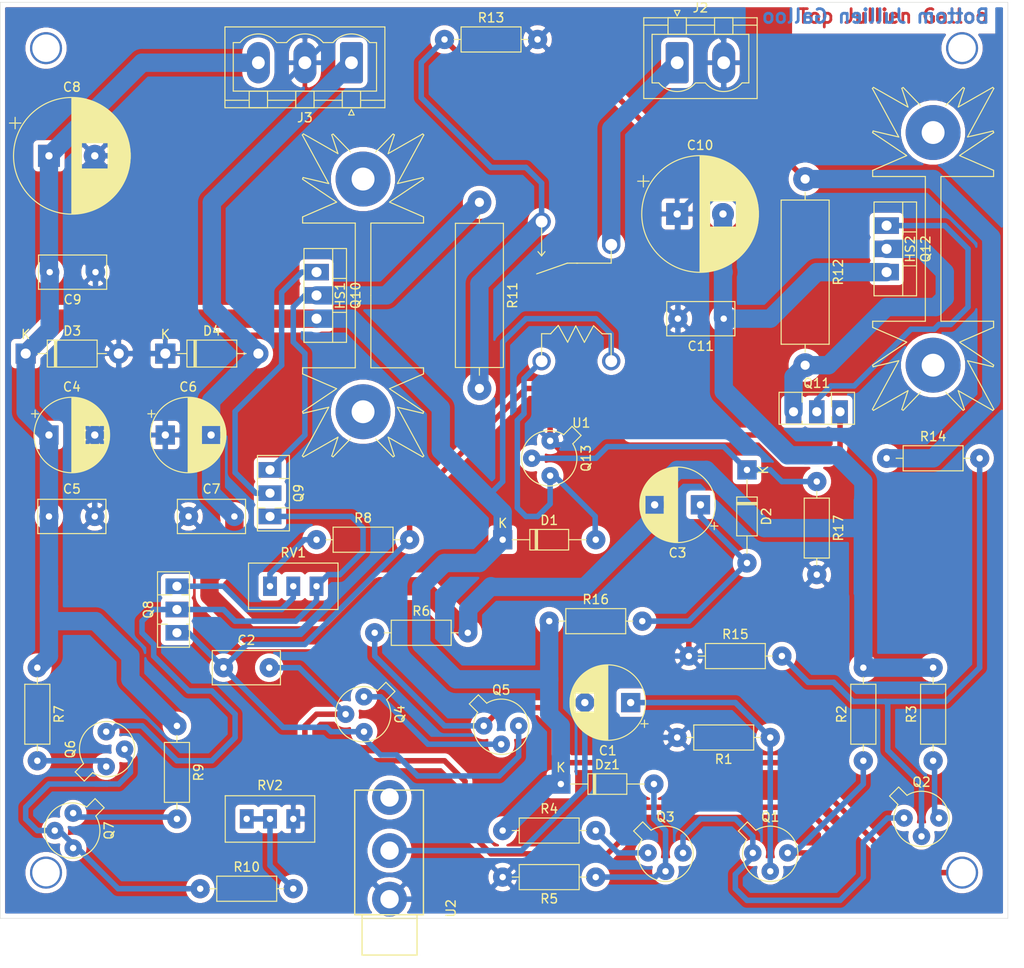
<source format=kicad_pcb>
(kicad_pcb (version 20171130) (host pcbnew "(5.1.9)-1")
  (title_block (title "Amplificateur Audio") (company "Tom Jullien, Augustin Galloo"))
  (layers (0 F.Cu signal) (31 B.Cu signal) (34 B.Paste user) (35 F.Paste user) (36 B.SilkS user) (37 F.SilkS user) (38 B.Mask user) (39 F.Mask user) (44 Edge.Cuts user))
  (net 0 "")
  (net 1 "Net-(C1-Pad1)")
  (net 2 "Net-(C1-Pad2)")
  (net 3 "Net-(C2-Pad1)")
  (net 4 "Net-(C2-Pad2)")
  (net 5 -12V)
  (net 6 "Net-(C3-Pad1)")
  (net 7 GND)
  (net 8 +12V)
  (net 9 "Net-(D1-Pad2)")
  (net 10 "Net-(D2-Pad1)")
  (net 11 "Net-(Dz1-Pad2)")
  (net 12 "Net-(J2-Pad1)")
  (net 13 "Net-(Q1-Pad1)")
  (net 14 "Net-(Q2-Pad3)")
  (net 15 "Net-(Q2-Pad2)")
  (net 16 "Net-(Q3-Pad1)")
  (net 17 "Net-(Q4-Pad1)")
  (net 18 "Net-(Q5-Pad1)")
  (net 19 "Net-(Q6-Pad1)")
  (net 20 "Net-(Q6-Pad2)")
  (net 21 "Net-(Q6-Pad3)")
  (net 22 "Net-(Q7-Pad1)")
  (net 23 "Net-(Q8-Pad3)")
  (net 24 "Net-(Q10-Pad1)")
  (net 25 "Net-(Q10-Pad2)")
  (net 26 "Net-(Q11-Pad1)")
  (net 27 "Net-(Q11-Pad2)")
  (net 28 "Net-(R8-Pad1)")
  (net 29 "Net-(R10-Pad2)")
  (net 30 "Net-(R11-Pad2)")
  (net 31 "Net-(U2-PadTN)")
  (module TR_MaLib_Ampli_2021:TO-18-3 (layer F.Cu) (at 86.36 107.95)
    (fp_text reference Q3 (at 1.27 -4.02) (layer F.SilkS))
    (fp_text value 2N2907)
    (pad 3 thru_hole circle (at 3.175 -0.1) (size 1.9 1.9) (drill 0.7) (layers *.Cu *.Mask) (net 13 "Net-(Q1-Pad1)"))
    (pad 2 thru_hole circle (at 1.27 1.905) (size 1.9 1.9) (drill 0.7) (layers *.Cu *.Mask) (net 11 "Net-(Dz1-Pad2)"))
    (pad 1 thru_hole circle (at -0.635 -0.1) (size 1.9 1.9) (drill 0.7) (layers *.Cu *.Mask) (net 16 "Net-(Q3-Pad1)"))
  )
  (module TR_MaLib_Ampli_2021:Jack_35RAPC2AV (layer F.Cu) (at 57.5 115 90)
    (fp_text reference U2 (at 1.1 6.7 90) (layer F.SilkS))
    (fp_text value Jack_Mono)
    (pad T thru_hole circle (at 7.4 0 90) (size 3.8 3.8) (drill 2) (layers *.Cu *.Mask) (net 2 "Net-(C1-Pad2)"))
    (pad G thru_hole circle (at 2.1 0 90) (size 3.8 3.8) (drill 2) (layers *.Cu *.Mask) (net 7 GND))
    (pad TN thru_hole circle (at 13.2 0 90) (size 3.8 3.8) (drill 2) (layers *.Cu *.Mask) (net 31 "Net-(U2-PadTN)"))
  )
  (module TR_MaLib_Ampli_2021:Potentiometer_Bourns_3296W_Vertical (layer F.Cu) (at 46.99 104.14)
    (fp_text reference RV2 (at -2.54 -3.66) (layer F.SilkS))
    (fp_text value R_POT)
    (pad 3 thru_hole rect (at -5.08 0) (size 1.5 2.1) (drill 0.7) (layers *.Cu *.Mask) (net 29 "Net-(R10-Pad2)"))
    (pad 2 thru_hole rect (at -2.54 0) (size 1.5 2.1) (drill 0.7) (layers *.Cu *.Mask) (net 29 "Net-(R10-Pad2)"))
    (pad 1 thru_hole rect (at 0 0) (size 1.5 2.1) (drill 0.7) (layers *.Cu *.Mask) (net 7 GND))
  )
  (module TR_MaLib_Ampli_2021:Potentiometer_Bourns_3296W_Vertical (layer F.Cu) (at 49.53 78.74)
    (fp_text reference RV1 (at -2.54 -3.66) (layer F.SilkS))
    (fp_text value R_POT)
    (pad 3 thru_hole rect (at -5.08 0) (size 1.5 2.1) (drill 0.7) (layers *.Cu *.Mask) (net 28 "Net-(R8-Pad1)"))
    (pad 2 thru_hole rect (at -2.54 0) (size 1.5 2.1) (drill 0.7) (layers *.Cu *.Mask) (net 23 "Net-(Q8-Pad3)"))
    (pad 1 thru_hole rect (at 0 0) (size 1.5 2.1) (drill 0.7) (layers *.Cu *.Mask) (net 21 "Net-(Q6-Pad3)"))
  )
  (module TR_MaLib_Ampli_2021:R_Axial_DIN0207_L6.3mm_D2.5mm_P10.16mm_Horizontal (layer F.Cu) (at 104.14 67.31 270)
    (fp_text reference R17 (at 5.08 -2.37 90) (layer F.SilkS))
    (fp_text value R)
    (pad 2 thru_hole circle (at 10.16 0 270) (size 2.1 2.1) (drill 0.7) (layers *.Cu *.Mask) (net 7 GND))
    (pad 1 thru_hole circle (at 0 0 270) (size 2.1 2.1) (drill 0.7) (layers *.Cu *.Mask) (net 10 "Net-(D2-Pad1)"))
  )
  (module TR_MaLib_Ampli_2021:R_Axial_DIN0207_L6.3mm_D2.5mm_P10.16mm_Horizontal (layer F.Cu) (at 74.93 82.55)
    (fp_text reference R16 (at 5.08 -2.37) (layer F.SilkS))
    (fp_text value R)
    (pad 2 thru_hole circle (at 10.16 0) (size 2.1 2.1) (drill 0.7) (layers *.Cu *.Mask) (net 6 "Net-(C3-Pad1)"))
    (pad 1 thru_hole circle (at 0 0) (size 2.1 2.1) (drill 0.7) (layers *.Cu *.Mask) (net 8 +12V))
  )
  (module TR_MaLib_Ampli_2021:R_Axial_DIN0207_L6.3mm_D2.5mm_P10.16mm_Horizontal (layer F.Cu) (at 90.17 86.36)
    (fp_text reference R15 (at 5.08 -2.37) (layer F.SilkS))
    (fp_text value R)
    (pad 2 thru_hole circle (at 10.16 0) (size 2.1 2.1) (drill 0.7) (layers *.Cu *.Mask) (net 15 "Net-(Q2-Pad2)"))
    (pad 1 thru_hole circle (at 0 0) (size 2.1 2.1) (drill 0.7) (layers *.Cu *.Mask) (net 7 GND))
  )
  (module TR_MaLib_Ampli_2021:R_Axial_DIN0207_L6.3mm_D2.5mm_P10.16mm_Horizontal (layer F.Cu) (at 111.76 64.77)
    (fp_text reference R14 (at 5.08 -2.37) (layer F.SilkS))
    (fp_text value R)
    (pad 2 thru_hole circle (at 10.16 0) (size 2.1 2.1) (drill 0.7) (layers *.Cu *.Mask) (net 15 "Net-(Q2-Pad2)"))
    (pad 1 thru_hole circle (at 0 0) (size 2.1 2.1) (drill 0.7) (layers *.Cu *.Mask) (net 30 "Net-(R11-Pad2)"))
  )
  (module TR_MaLib_Ampli_2021:R_Axial_DIN0207_L6.3mm_D2.5mm_P10.16mm_Horizontal (layer F.Cu) (at 63.5 19.05)
    (fp_text reference R13 (at 5.08 -2.37) (layer F.SilkS))
    (fp_text value R)
    (pad 2 thru_hole circle (at 10.16 0) (size 2.1 2.1) (drill 0.7) (layers *.Cu *.Mask) (net 7 GND))
    (pad 1 thru_hole circle (at 0 0) (size 2.1 2.1) (drill 0.7) (layers *.Cu *.Mask) (net 30 "Net-(R11-Pad2)"))
  )
  (module TR_MaLib_Ampli_2021:R_Axial_DIN0516_L15.5mm_D5.0mm_P20.32mm_Horizontal (layer F.Cu) (at 102.87 34.29 270)
    (fp_text reference R12 (at 10.16 -3.62 90) (layer F.SilkS))
    (fp_text value R)
    (pad 2 thru_hole oval (at 20.32 0 270) (size 2.6 2.6) (drill 1) (layers *.Cu *.Mask) (net 26 "Net-(Q11-Pad1)"))
    (pad 1 thru_hole circle (at 0 0 270) (size 2.6 2.6) (drill 1) (layers *.Cu *.Mask) (net 30 "Net-(R11-Pad2)"))
  )
  (module TR_MaLib_Ampli_2021:R_Axial_DIN0516_L15.5mm_D5.0mm_P20.32mm_Horizontal (layer F.Cu) (at 67.31 36.83 270)
    (fp_text reference R11 (at 10.16 -3.62 90) (layer F.SilkS))
    (fp_text value R)
    (pad 2 thru_hole oval (at 20.32 0 270) (size 2.6 2.6) (drill 1) (layers *.Cu *.Mask) (net 30 "Net-(R11-Pad2)"))
    (pad 1 thru_hole circle (at 0 0 270) (size 2.6 2.6) (drill 1) (layers *.Cu *.Mask) (net 25 "Net-(Q10-Pad2)"))
  )
  (module TR_MaLib_Ampli_2021:R_Axial_DIN0207_L6.3mm_D2.5mm_P10.16mm_Horizontal (layer F.Cu) (at 36.83 111.76)
    (fp_text reference R10 (at 5.08 -2.37) (layer F.SilkS))
    (fp_text value R)
    (pad 2 thru_hole circle (at 10.16 0) (size 2.1 2.1) (drill 0.7) (layers *.Cu *.Mask) (net 29 "Net-(R10-Pad2)"))
    (pad 1 thru_hole circle (at 0 0) (size 2.1 2.1) (drill 0.7) (layers *.Cu *.Mask) (net 20 "Net-(Q6-Pad2)"))
  )
  (module TR_MaLib_Ampli_2021:R_Axial_DIN0207_L6.3mm_D2.5mm_P10.16mm_Horizontal (layer F.Cu) (at 34.29 93.98 270)
    (fp_text reference R9 (at 5.08 -2.37 90) (layer F.SilkS))
    (fp_text value R)
    (pad 2 thru_hole circle (at 10.16 0 270) (size 2.1 2.1) (drill 0.7) (layers *.Cu *.Mask) (net 22 "Net-(Q7-Pad1)"))
    (pad 1 thru_hole circle (at 0 0 270) (size 2.1 2.1) (drill 0.7) (layers *.Cu *.Mask) (net 8 +12V))
  )
  (module TR_MaLib_Ampli_2021:R_Axial_DIN0207_L6.3mm_D2.5mm_P10.16mm_Horizontal (layer F.Cu) (at 49.53 73.66)
    (fp_text reference R8 (at 5.08 -2.37) (layer F.SilkS))
    (fp_text value R)
    (pad 2 thru_hole circle (at 10.16 0) (size 2.1 2.1) (drill 0.7) (layers *.Cu *.Mask) (net 3 "Net-(C2-Pad1)"))
    (pad 1 thru_hole circle (at 0 0) (size 2.1 2.1) (drill 0.7) (layers *.Cu *.Mask) (net 28 "Net-(R8-Pad1)"))
  )
  (module TR_MaLib_Ampli_2021:R_Axial_DIN0207_L6.3mm_D2.5mm_P10.16mm_Horizontal (layer F.Cu) (at 19.05 87.63 270)
    (fp_text reference R7 (at 5.08 -2.37 90) (layer F.SilkS))
    (fp_text value R)
    (pad 2 thru_hole circle (at 10.16 0 270) (size 2.1 2.1) (drill 0.7) (layers *.Cu *.Mask) (net 19 "Net-(Q6-Pad1)"))
    (pad 1 thru_hole circle (at 0 0 270) (size 2.1 2.1) (drill 0.7) (layers *.Cu *.Mask) (net 8 +12V))
  )
  (module TR_MaLib_Ampli_2021:R_Axial_DIN0207_L6.3mm_D2.5mm_P10.16mm_Horizontal (layer F.Cu) (at 55.88 83.82)
    (fp_text reference R6 (at 5.08 -2.37) (layer F.SilkS))
    (fp_text value R)
    (pad 2 thru_hole circle (at 10.16 0) (size 2.1 2.1) (drill 0.7) (layers *.Cu *.Mask) (net 5 -12V))
    (pad 1 thru_hole circle (at 0 0) (size 2.1 2.1) (drill 0.7) (layers *.Cu *.Mask) (net 18 "Net-(Q5-Pad1)"))
  )
  (module TR_MaLib_Ampli_2021:R_Axial_DIN0207_L6.3mm_D2.5mm_P10.16mm_Horizontal (layer F.Cu) (at 80.01 110.49 180)
    (fp_text reference R5 (at 5.08 -2.37) (layer F.SilkS))
    (fp_text value R)
    (pad 2 thru_hole circle (at 10.16 0 180) (size 2.1 2.1) (drill 0.7) (layers *.Cu *.Mask) (net 7 GND))
    (pad 1 thru_hole circle (at 0 0 180) (size 2.1 2.1) (drill 0.7) (layers *.Cu *.Mask) (net 11 "Net-(Dz1-Pad2)"))
  )
  (module TR_MaLib_Ampli_2021:R_Axial_DIN0207_L6.3mm_D2.5mm_P10.16mm_Horizontal (layer F.Cu) (at 69.85 105.41)
    (fp_text reference R4 (at 5.08 -2.37) (layer F.SilkS))
    (fp_text value R)
    (pad 2 thru_hole circle (at 10.16 0) (size 2.1 2.1) (drill 0.7) (layers *.Cu *.Mask) (net 16 "Net-(Q3-Pad1)"))
    (pad 1 thru_hole circle (at 0 0) (size 2.1 2.1) (drill 0.7) (layers *.Cu *.Mask) (net 8 +12V))
  )
  (module TR_MaLib_Ampli_2021:R_Axial_DIN0207_L6.3mm_D2.5mm_P10.16mm_Horizontal (layer F.Cu) (at 116.84 97.79 90)
    (fp_text reference R3 (at 5.08 -2.37 90) (layer F.SilkS))
    (fp_text value R)
    (pad 2 thru_hole circle (at 10.16 0 90) (size 2.1 2.1) (drill 0.7) (layers *.Cu *.Mask) (net 5 -12V))
    (pad 1 thru_hole circle (at 0 0 90) (size 2.1 2.1) (drill 0.7) (layers *.Cu *.Mask) (net 14 "Net-(Q2-Pad3)"))
  )
  (module TR_MaLib_Ampli_2021:R_Axial_DIN0207_L6.3mm_D2.5mm_P10.16mm_Horizontal (layer F.Cu) (at 109.22 97.79 90)
    (fp_text reference R2 (at 5.08 -2.37 90) (layer F.SilkS))
    (fp_text value R)
    (pad 2 thru_hole circle (at 10.16 0 90) (size 2.1 2.1) (drill 0.7) (layers *.Cu *.Mask) (net 5 -12V))
    (pad 1 thru_hole circle (at 0 0 90) (size 2.1 2.1) (drill 0.7) (layers *.Cu *.Mask) (net 4 "Net-(C2-Pad2)"))
  )
  (module TR_MaLib_Ampli_2021:R_Axial_DIN0207_L6.3mm_D2.5mm_P10.16mm_Horizontal (layer F.Cu) (at 99.06 95.25 180)
    (fp_text reference R1 (at 5.08 -2.37) (layer F.SilkS))
    (fp_text value R)
    (pad 2 thru_hole circle (at 10.16 0 180) (size 2.1 2.1) (drill 0.7) (layers *.Cu *.Mask) (net 7 GND))
    (pad 1 thru_hole circle (at 0 0 180) (size 2.1 2.1) (drill 0.7) (layers *.Cu *.Mask) (net 1 "Net-(C1-Pad1)"))
  )
  (module TR_MaLib_Ampli_2021:TO-18-3 (layer F.Cu) (at 74.93 63.5 270)
    (fp_text reference Q13 (at 1.27 -4.02 90) (layer F.SilkS))
    (fp_text value 2N222)
    (pad 3 thru_hole circle (at 3.175 -0.1 270) (size 1.9 1.9) (drill 0.7) (layers *.Cu *.Mask) (net 9 "Net-(D1-Pad2)"))
    (pad 2 thru_hole circle (at 1.27 1.905 270) (size 1.9 1.9) (drill 0.7) (layers *.Cu *.Mask) (net 10 "Net-(D2-Pad1)"))
    (pad 1 thru_hole circle (at -0.635 -0.1 270) (size 1.9 1.9) (drill 0.7) (layers *.Cu *.Mask) (net 7 GND))
  )
  (module TR_MaLib_Ampli_2021:TO-220-3_Vertical (layer F.Cu) (at 111.76 39.37 270)
    (fp_text reference Q12 (at 2.54 -4.27 90) (layer F.SilkS))
    (fp_text value TIP31)
    (pad 3 thru_hole rect (at 5.08 0 270) (size 1.8 2.7) (drill 1.1) (layers *.Cu *.Mask) (net 5 -12V))
    (pad 2 thru_hole rect (at 2.54 0 270) (size 1.8 2.7) (drill 1.1) (layers *.Cu *.Mask) (net 26 "Net-(Q11-Pad1)"))
    (pad 1 thru_hole rect (at 0 0 270) (size 1.8 2.7) (drill 1.1) (layers *.Cu *.Mask) (net 27 "Net-(Q11-Pad2)"))
  )
  (module TR_MaLib_Ampli_2021:TO-126-3_Vertical (layer F.Cu) (at 101.6 59.69)
    (fp_text reference Q11 (at 2.54 -3.12) (layer F.SilkS))
    (fp_text value BD138)
    (pad 3 thru_hole rect (at 5.08 0) (size 1.7 2.5) (drill 1) (layers *.Cu *.Mask) (net 3 "Net-(C2-Pad1)"))
    (pad 2 thru_hole rect (at 2.54 0) (size 1.7 2.5) (drill 1) (layers *.Cu *.Mask) (net 27 "Net-(Q11-Pad2)"))
    (pad 1 thru_hole rect (at 0 0) (size 1.7 2.5) (drill 1) (layers *.Cu *.Mask) (net 26 "Net-(Q11-Pad1)"))
  )
  (module TR_MaLib_Ampli_2021:TO-220-3_Vertical (layer F.Cu) (at 49.53 44.45 270)
    (fp_text reference Q10 (at 2.54 -4.27 90) (layer F.SilkS))
    (fp_text value TIP32)
    (pad 3 thru_hole rect (at 5.08 0 270) (size 1.8 2.7) (drill 1.1) (layers *.Cu *.Mask) (net 8 +12V))
    (pad 2 thru_hole rect (at 2.54 0 270) (size 1.8 2.7) (drill 1.1) (layers *.Cu *.Mask) (net 25 "Net-(Q10-Pad2)"))
    (pad 1 thru_hole rect (at 0 0 270) (size 1.8 2.7) (drill 1.1) (layers *.Cu *.Mask) (net 24 "Net-(Q10-Pad1)"))
  )
  (module TR_MaLib_Ampli_2021:TO-126-3_Vertical (layer F.Cu) (at 44.45 66.04 270)
    (fp_text reference Q9 (at 2.54 -3.12 90) (layer F.SilkS))
    (fp_text value BD139)
    (pad 3 thru_hole rect (at 5.08 0 270) (size 1.7 2.5) (drill 1) (layers *.Cu *.Mask) (net 21 "Net-(Q6-Pad3)"))
    (pad 2 thru_hole rect (at 2.54 0 270) (size 1.7 2.5) (drill 1) (layers *.Cu *.Mask) (net 24 "Net-(Q10-Pad1)"))
    (pad 1 thru_hole rect (at 0 0 270) (size 1.7 2.5) (drill 1) (layers *.Cu *.Mask) (net 25 "Net-(Q10-Pad2)"))
  )
  (module TR_MaLib_Ampli_2021:TO-126-3_Vertical (layer F.Cu) (at 34.29 83.82 90)
    (fp_text reference Q8 (at 2.54 -3.12 90) (layer F.SilkS))
    (fp_text value BD139)
    (pad 3 thru_hole rect (at 5.08 0 90) (size 1.7 2.5) (drill 1) (layers *.Cu *.Mask) (net 23 "Net-(Q8-Pad3)"))
    (pad 2 thru_hole rect (at 2.54 0 90) (size 1.7 2.5) (drill 1) (layers *.Cu *.Mask) (net 21 "Net-(Q6-Pad3)"))
    (pad 1 thru_hole rect (at 0 0 90) (size 1.7 2.5) (drill 1) (layers *.Cu *.Mask) (net 3 "Net-(C2-Pad1)"))
  )
  (module TR_MaLib_Ampli_2021:TO-18-3 (layer F.Cu) (at 22.86 104.14 270)
    (fp_text reference Q7 (at 1.27 -4.02 90) (layer F.SilkS))
    (fp_text value 2N2907)
    (pad 3 thru_hole circle (at 3.175 -0.1 270) (size 1.9 1.9) (drill 0.7) (layers *.Cu *.Mask) (net 20 "Net-(Q6-Pad2)"))
    (pad 2 thru_hole circle (at 1.27 1.905 270) (size 1.9 1.9) (drill 0.7) (layers *.Cu *.Mask) (net 20 "Net-(Q6-Pad2)"))
    (pad 1 thru_hole circle (at -0.635 -0.1 270) (size 1.9 1.9) (drill 0.7) (layers *.Cu *.Mask) (net 22 "Net-(Q7-Pad1)"))
  )
  (module TR_MaLib_Ampli_2021:TO-18-3 (layer F.Cu) (at 26.67 97.79 90)
    (fp_text reference Q6 (at 1.27 -4.02 90) (layer F.SilkS))
    (fp_text value 2N2907)
    (pad 3 thru_hole circle (at 3.175 -0.1 90) (size 1.9 1.9) (drill 0.7) (layers *.Cu *.Mask) (net 21 "Net-(Q6-Pad3)"))
    (pad 2 thru_hole circle (at 1.27 1.905 90) (size 1.9 1.9) (drill 0.7) (layers *.Cu *.Mask) (net 20 "Net-(Q6-Pad2)"))
    (pad 1 thru_hole circle (at -0.635 -0.1 90) (size 1.9 1.9) (drill 0.7) (layers *.Cu *.Mask) (net 19 "Net-(Q6-Pad1)"))
  )
  (module TR_MaLib_Ampli_2021:TO-18-3 (layer F.Cu) (at 68.42 94.08)
    (fp_text reference Q5 (at 1.27 -4.02) (layer F.SilkS))
    (fp_text value 2N222)
    (pad 3 thru_hole circle (at 3.175 -0.1) (size 1.9 1.9) (drill 0.7) (layers *.Cu *.Mask) (net 3 "Net-(C2-Pad1)"))
    (pad 2 thru_hole circle (at 1.27 1.905) (size 1.9 1.9) (drill 0.7) (layers *.Cu *.Mask) (net 17 "Net-(Q4-Pad1)"))
    (pad 1 thru_hole circle (at -0.635 -0.1) (size 1.9 1.9) (drill 0.7) (layers *.Cu *.Mask) (net 18 "Net-(Q5-Pad1)"))
  )
  (module TR_MaLib_Ampli_2021:TO-18-3 (layer F.Cu) (at 54.61 91.44 270)
    (fp_text reference Q4 (at 1.27 -4.02 90) (layer F.SilkS))
    (fp_text value 2N222)
    (pad 3 thru_hole circle (at 3.175 -0.1 270) (size 1.9 1.9) (drill 0.7) (layers *.Cu *.Mask) (net 3 "Net-(C2-Pad1)"))
    (pad 2 thru_hole circle (at 1.27 1.905 270) (size 1.9 1.9) (drill 0.7) (layers *.Cu *.Mask) (net 4 "Net-(C2-Pad2)"))
    (pad 1 thru_hole circle (at -0.635 -0.1 270) (size 1.9 1.9) (drill 0.7) (layers *.Cu *.Mask) (net 17 "Net-(Q4-Pad1)"))
  )
  (module TR_MaLib_Ampli_2021:TO-18-3 (layer F.Cu) (at 114.3 104.14)
    (fp_text reference Q2 (at 1.27 -4.02) (layer F.SilkS))
    (fp_text value 2N2907)
    (pad 3 thru_hole circle (at 3.175 -0.1) (size 1.9 1.9) (drill 0.7) (layers *.Cu *.Mask) (net 14 "Net-(Q2-Pad3)"))
    (pad 2 thru_hole circle (at 1.27 1.905) (size 1.9 1.9) (drill 0.7) (layers *.Cu *.Mask) (net 15 "Net-(Q2-Pad2)"))
    (pad 1 thru_hole circle (at -0.635 -0.1) (size 1.9 1.9) (drill 0.7) (layers *.Cu *.Mask) (net 13 "Net-(Q1-Pad1)"))
  )
  (module TR_MaLib_Ampli_2021:TO-18-3 (layer F.Cu) (at 97.79 107.95)
    (fp_text reference Q1 (at 1.27 -4.02) (layer F.SilkS))
    (fp_text value 2N2907)
    (pad 3 thru_hole circle (at 3.175 -0.1) (size 1.9 1.9) (drill 0.7) (layers *.Cu *.Mask) (net 4 "Net-(C2-Pad2)"))
    (pad 2 thru_hole circle (at 1.27 1.905) (size 1.9 1.9) (drill 0.7) (layers *.Cu *.Mask) (net 1 "Net-(C1-Pad1)"))
    (pad 1 thru_hole circle (at -0.635 -0.1) (size 1.9 1.9) (drill 0.7) (layers *.Cu *.Mask) (net 13 "Net-(Q1-Pad1)"))
  )
  (module TR_MaLib_Ampli_2021:PhoenixContact_MSTBVA_2,5_3-G-5,08_1x03_P5.08mm_Vertical (layer F.Cu) (at 53.34 21.59 180)
    (fp_text reference J3 (at 5.08 -6) (layer F.SilkS))
    (fp_text value Conn_01x03)
    (pad 3 thru_hole oval (at 10.16 0 180) (size 2.5 4.5) (drill 1.4) (layers *.Cu *.Mask) (net 8 +12V))
    (pad 2 thru_hole oval (at 5.08 0 180) (size 2.5 4.5) (drill 1.4) (layers *.Cu *.Mask) (net 7 GND))
    (pad 1 thru_hole roundrect (at 0 0 180) (size 2.5 4.5) (drill 1.4) (layers *.Cu *.Mask) (roundrect_rratio 0.12) (net 5 -12V))
  )
  (module TR_MaLib_Ampli_2021:PhoenixContact_MSTBVA_2,5_2-G-5,08_1x02_P5.08mm_Vertical (layer F.Cu) (at 88.9 21.59)
    (fp_text reference J2 (at 2.54 -6) (layer F.SilkS))
    (fp_text value Conn_01x02)
    (pad 2 thru_hole oval (at 5.08 0) (size 2.5 4.5) (drill 1.4) (layers *.Cu *.Mask) (net 7 GND))
    (pad 1 thru_hole roundrect (at 0 0) (size 2.5 4.5) (drill 1.4) (layers *.Cu *.Mask) (roundrect_rratio 0.12) (net 12 "Net-(J2-Pad1)"))
  )
  (module TR_MaLib_Ampli_2021:Heatsink_Fischer_SK104-STC-STIC_35x13mm_2xDrill2.5mm (layer F.Cu) (at 116.84 41.91 90)
    (fp_text reference HS2 (at -0.025 -2.5 90) (layer F.SilkS))
    (fp_text value Heatsink)
    (pad 1 thru_hole circle (at -12.7 0 270) (size 6 6) (drill 2.5) (layers *.Cu *.Mask))
    (pad 1 thru_hole circle (at 12.7 0 90) (size 6 6) (drill 2.5) (layers *.Cu *.Mask))
  )
  (module TR_MaLib_Ampli_2021:Heatsink_Fischer_SK104-STC-STIC_35x13mm_2xDrill2.5mm (layer F.Cu) (at 54.61 46.99 90)
    (fp_text reference HS1 (at -0.025 -2.5 90) (layer F.SilkS))
    (fp_text value Heatsink)
    (pad 1 thru_hole circle (at -12.7 0 270) (size 6 6) (drill 2.5) (layers *.Cu *.Mask))
    (pad 1 thru_hole circle (at 12.7 0 90) (size 6 6) (drill 2.5) (layers *.Cu *.Mask))
  )
  (module TR_MaLib_Ampli_2021:D_DO-35_SOD27_P10.16mm_Horizontal (layer F.Cu) (at 76.2 100.33)
    (fp_text reference Dz1 (at 5.08 -2.12) (layer F.SilkS))
    (fp_text value BZX55C5V1)
    (fp_text user K (at 0 -1.8) (layer F.SilkS))
    (pad 2 thru_hole oval (at 10.16 0) (size 2.1 2.1) (drill 0.7) (layers *.Cu *.Mask) (net 11 "Net-(Dz1-Pad2)"))
    (pad 1 thru_hole rect (at 0 0) (size 2.1 2.1) (drill 0.7) (layers *.Cu *.Mask) (net 8 +12V))
  )
  (module TR_MaLib_Ampli_2021:D_DO-35_SOD27_P10.16mm_Horizontal (layer F.Cu) (at 96.52 66.04 270)
    (fp_text reference D2 (at 5.08 -2.12 90) (layer F.SilkS))
    (fp_text value 1N4148)
    (fp_text user K (at 0 -1.8 90) (layer F.SilkS))
    (pad 2 thru_hole oval (at 10.16 0 270) (size 2.1 2.1) (drill 0.7) (layers *.Cu *.Mask) (net 6 "Net-(C3-Pad1)"))
    (pad 1 thru_hole rect (at 0 0 270) (size 2.1 2.1) (drill 0.7) (layers *.Cu *.Mask) (net 10 "Net-(D2-Pad1)"))
  )
  (module TR_MaLib_Ampli_2021:D_DO-35_SOD27_P10.16mm_Horizontal (layer F.Cu) (at 69.85 73.66)
    (fp_text reference D1 (at 5.08 -2.12) (layer F.SilkS))
    (fp_text value 1N4148)
    (fp_text user K (at 0 -1.8) (layer F.SilkS))
    (pad 2 thru_hole oval (at 10.16 0) (size 2.1 2.1) (drill 0.7) (layers *.Cu *.Mask) (net 9 "Net-(D1-Pad2)"))
    (pad 1 thru_hole rect (at 0 0) (size 2.1 2.1) (drill 0.7) (layers *.Cu *.Mask) (net 8 +12V))
  )
  (module TR_MaLib_Ampli_2021:C_Rect_L7.2mm_W3.5mm_P5.00mm_FKS2_FKP2_MKS2_MKP2 (layer F.Cu) (at 93.98 49.53 180)
    (fp_text reference C11 (at 2.5 -3) (layer F.SilkS))
    (fp_text value 100n)
    (pad 2 thru_hole circle (at 5 0 180) (size 2.1 2.1) (drill 0.7) (layers *.Cu *.Mask) (net 7 GND))
    (pad 1 thru_hole circle (at 0 0 180) (size 2.1 2.1) (drill 0.7) (layers *.Cu *.Mask) (net 5 -12V))
  )
  (module TR_MaLib_Ampli_2021:CP_Radial_D12.5mm_P5.00mm (layer F.Cu) (at 88.9 38.1)
    (fp_text reference C10 (at 2.5 -7.5) (layer F.SilkS))
    (fp_text value 470u)
    (pad 2 thru_hole circle (at 5 0) (size 2.4 2.4) (drill 0.8) (layers *.Cu *.Mask) (net 5 -12V))
    (pad 1 thru_hole rect (at 0 0) (size 2.4 2.4) (drill 0.8) (layers *.Cu *.Mask) (net 7 GND))
  )
  (module TR_MaLib_Ampli_2021:C_Rect_L7.2mm_W3.5mm_P5.00mm_FKS2_FKP2_MKS2_MKP2 (layer F.Cu) (at 25.4 44.45 180)
    (fp_text reference C9 (at 2.5 -3) (layer F.SilkS))
    (fp_text value 100n)
    (pad 2 thru_hole circle (at 5 0 180) (size 2.1 2.1) (drill 0.7) (layers *.Cu *.Mask) (net 8 +12V))
    (pad 1 thru_hole circle (at 0 0 180) (size 2.1 2.1) (drill 0.7) (layers *.Cu *.Mask) (net 7 GND))
  )
  (module TR_MaLib_Ampli_2021:CP_Radial_D12.5mm_P5.00mm (layer F.Cu) (at 20.32 31.75)
    (fp_text reference C8 (at 2.5 -7.5) (layer F.SilkS))
    (fp_text value 470u)
    (pad 2 thru_hole circle (at 5 0) (size 2.4 2.4) (drill 0.8) (layers *.Cu *.Mask) (net 7 GND))
    (pad 1 thru_hole rect (at 0 0) (size 2.4 2.4) (drill 0.8) (layers *.Cu *.Mask) (net 8 +12V))
  )
  (module TR_MaLib_Ampli_2021:C_Rect_L7.2mm_W3.5mm_P5.00mm_FKS2_FKP2_MKS2_MKP2 (layer F.Cu) (at 35.56 71.12)
    (fp_text reference C7 (at 2.5 -3) (layer F.SilkS))
    (fp_text value 100n)
    (pad 2 thru_hole circle (at 5 0) (size 2.1 2.1) (drill 0.7) (layers *.Cu *.Mask) (net 5 -12V))
    (pad 1 thru_hole circle (at 0 0) (size 2.1 2.1) (drill 0.7) (layers *.Cu *.Mask) (net 7 GND))
  )
  (module TR_MaLib_Ampli_2021:CP_Radial_D8.0mm_P5.00mm (layer F.Cu) (at 33.02 62.23)
    (fp_text reference C6 (at 2.5 -5.25) (layer F.SilkS))
    (fp_text value 10u)
    (pad 1 thru_hole rect (at 0 0) (size 2.1 2.1) (drill 0.8) (layers *.Cu *.Mask) (net 7 GND))
    (pad 2 thru_hole circle (at 5 0) (size 2.1 2.1) (drill 0.8) (layers *.Cu *.Mask) (net 5 -12V))
  )
  (module TR_MaLib_Ampli_2021:C_Rect_L7.2mm_W3.5mm_P5.00mm_FKS2_FKP2_MKS2_MKP2 (layer F.Cu) (at 20.32 71.12)
    (fp_text reference C5 (at 2.5 -3) (layer F.SilkS))
    (fp_text value 100n)
    (pad 2 thru_hole circle (at 5 0) (size 2.1 2.1) (drill 0.7) (layers *.Cu *.Mask) (net 7 GND))
    (pad 1 thru_hole circle (at 0 0) (size 2.1 2.1) (drill 0.7) (layers *.Cu *.Mask) (net 8 +12V))
  )
  (module TR_MaLib_Ampli_2021:CP_Radial_D8.0mm_P5.00mm (layer F.Cu) (at 20.32 62.23)
    (fp_text reference C4 (at 2.5 -5.25) (layer F.SilkS))
    (fp_text value 10u)
    (pad 1 thru_hole rect (at 0 0) (size 2.1 2.1) (drill 0.8) (layers *.Cu *.Mask) (net 8 +12V))
    (pad 2 thru_hole circle (at 5 0) (size 2.1 2.1) (drill 0.8) (layers *.Cu *.Mask) (net 7 GND))
  )
  (module TR_MaLib_Ampli_2021:CP_Radial_D8.0mm_P5.00mm (layer F.Cu) (at 91.44 69.85 180)
    (fp_text reference C3 (at 2.5 -5.25) (layer F.SilkS))
    (fp_text value 47u)
    (pad 1 thru_hole rect (at 0 0 180) (size 2.1 2.1) (drill 0.8) (layers *.Cu *.Mask) (net 6 "Net-(C3-Pad1)"))
    (pad 2 thru_hole circle (at 5 0 180) (size 2.1 2.1) (drill 0.8) (layers *.Cu *.Mask) (net 5 -12V))
  )
  (module TR_MaLib_Ampli_2021:C_Rect_L7.2mm_W3.5mm_P5.00mm_FKS2_FKP2_MKS2_MKP2 (layer F.Cu) (at 39.37 87.63)
    (fp_text reference C2 (at 2.5 -3) (layer F.SilkS))
    (fp_text value C)
    (pad 2 thru_hole circle (at 5 0) (size 2.1 2.1) (drill 0.7) (layers *.Cu *.Mask) (net 4 "Net-(C2-Pad2)"))
    (pad 1 thru_hole circle (at 0 0) (size 2.1 2.1) (drill 0.7) (layers *.Cu *.Mask) (net 3 "Net-(C2-Pad1)"))
  )
  (module TR_MaLib_Ampli_2021:CP_Radial_D8.0mm_P5.00mm (layer F.Cu) (at 83.82 91.44 180)
    (fp_text reference C1 (at 2.5 -5.25) (layer F.SilkS))
    (fp_text value 47u)
    (pad 1 thru_hole rect (at 0 0 180) (size 2.1 2.1) (drill 0.8) (layers *.Cu *.Mask) (net 1 "Net-(C1-Pad1)"))
    (pad 2 thru_hole circle (at 5 0 180) (size 2.1 2.1) (drill 0.8) (layers *.Cu *.Mask) (net 2 "Net-(C1-Pad2)"))
  )
  (module Diode_THT:D_DO-41_SOD81_P10.16mm_Horizontal (layer F.Cu) (at 17.78 53.34)
    (fp_text reference D3 (at 5.08 -2.47) (layer F.SilkS))
    (fp_text value 1N4001)
    (fp_text user K (at 0 -2.1) (layer F.SilkS))
    (pad 2 thru_hole oval (at 10.16 0) (size 2.2 2.2) (drill 1.1) (layers *.Cu *.Mask) (net 7 GND))
    (pad 1 thru_hole rect (at 0 0) (size 2.2 2.2) (drill 1.1) (layers *.Cu *.Mask) (net 8 +12V))
  )
  (module Diode_THT:D_DO-41_SOD81_P10.16mm_Horizontal (layer F.Cu) (at 33.02 53.34)
    (fp_text reference D4 (at 5.08 -2.47) (layer F.SilkS))
    (fp_text value 1N4001)
    (fp_text user K (at 0 -2.1) (layer F.SilkS))
    (pad 1 thru_hole rect (at 0 0) (size 2.2 2.2) (drill 1.1) (layers *.Cu *.Mask) (net 7 GND))
    (pad 2 thru_hole oval (at 10.16 0) (size 2.2 2.2) (drill 1.1) (layers *.Cu *.Mask) (net 5 -12V))
  )
  (module BE_Elec:Relay_1CT (layer F.Cu) (at 72.39 55.88)
    (fp_text reference U1 (at 6.04 5.03) (layer F.SilkS))
    (fp_text value Relay_1CT)
    (pad c2 thru_hole circle (at 9.31 -14.41) (size 2 2) (drill 1.3) (layers *.Cu *.Mask) (net 12 "Net-(J2-Pad1)"))
    (pad c1 thru_hole circle (at 1.71 -16.95) (size 2 2) (drill 1.3) (layers *.Cu *.Mask) (net 30 "Net-(R11-Pad2)"))
    (pad b2 thru_hole circle (at 9.31 -1.71) (size 2 2) (drill 1.3) (layers *.Cu *.Mask) (net 8 +12V))
    (pad b1 thru_hole circle (at 1.71 -1.71) (size 2 2) (drill 1.3) (layers *.Cu *.Mask) (net 9 "Net-(D1-Pad2)"))
  )
  (gr_text "Bottom Jullien Galloo " (at 110 16.51) (layer B.Cu) (effects (font (size 1.5 1.5) (thickness 0.3)) (justify mirror)))
  (gr_text "Top Jullien Galloo " (at 113.03 16.51) (layer F.Cu) (effects (font (size 1.5 1.5) (thickness 0.3))))
  (gr_line (start 15 15) (end 15 115) (layer Edge.Cuts) (width 0.05))
  (gr_line (start 125 115) (end 15 115) (layer Edge.Cuts) (width 0.05))
  (gr_line (start 125 15) (end 125 115) (layer Edge.Cuts) (width 0.05))
  (gr_line (start 15 15) (end 125 15) (layer Edge.Cuts) (width 0.05))
  (via (at 20 20) (size 3.5) (drill 3) (layers F.Cu B.Cu) (net 0))
  (via (at 120 20) (size 3.5) (drill 3) (layers F.Cu B.Cu) (net 0))
  (via (at 20 110) (size 3.5) (drill 3) (layers F.Cu B.Cu) (net 0))
  (segment (start 95.25 91.44) (end 83.82 91.44) (width 0.6) (layer B.Cu) (net 1))
  (segment (start 99.06 95.25) (end 95.25 91.44) (width 0.6) (layer B.Cu) (net 1))
  (segment (start 99.06 107.321998) (end 99.06 95.25) (width 0.6) (layer B.Cu) (net 1))
  (segment (start 99.06 109.35) (end 99.06 107.321998) (width 0.6) (layer B.Cu) (net 1))
  (segment (start 78.82 100.690002) (end 78.82 91.44) (width 0.6) (layer B.Cu) (net 2))
  (segment (start 71.910002 107.6) (end 78.82 100.690002) (width 0.6) (layer B.Cu) (net 2))
  (segment (start 57.5 107.6) (end 71.910002 107.6) (width 0.6) (layer B.Cu) (net 2))
  (segment (start 45.88 94.14) (end 39.37 87.63) (width 0.6) (layer B.Cu) (net 3))
  (segment (start 35.56 83.82) (end 39.37 87.63) (width 0.6) (layer B.Cu) (net 3))
  (segment (start 34.29 83.82) (end 35.56 83.82) (width 0.6) (layer B.Cu) (net 3))
  (segment (start 106.68 59.69) (end 106.68 60.96) (width 0.6) (layer F.Cu) (net 3))
  (segment (start 52.07 81.28) (end 59.69 73.66) (width 0.6) (layer B.Cu) (net 3))
  (segment (start 48.26 85.09) (end 52.07 81.28) (width 0.6) (layer B.Cu) (net 3))
  (segment (start 41.91 85.09) (end 48.26 85.09) (width 0.6) (layer B.Cu) (net 3))
  (segment (start 39.37 87.63) (end 41.91 85.09) (width 0.6) (layer B.Cu) (net 3))
  (segment (start 51.115 94.615) (end 54.71 94.615) (width 0.6) (layer B.Cu) (net 3))
  (segment (start 50.64 94.14) (end 51.115 94.615) (width 0.6) (layer B.Cu) (net 3))
  (segment (start 50.64 94.14) (end 45.88 94.14) (width 0.6) (layer B.Cu) (net 3))
  (segment (start 69.460001 99.449999) (end 71.595 97.315) (width 0.6) (layer B.Cu) (net 3))
  (segment (start 60.570001 99.449999) (end 69.460001 99.449999) (width 0.6) (layer B.Cu) (net 3))
  (segment (start 56.515 97.155) (end 58.275002 97.155) (width 0.6) (layer B.Cu) (net 3))
  (segment (start 54.71 95.35) (end 56.515 97.155) (width 0.6) (layer B.Cu) (net 3))
  (segment (start 71.595 97.315) (end 71.595 93.98) (width 0.6) (layer B.Cu) (net 3))
  (segment (start 58.275002 97.155) (end 60.570001 99.449999) (width 0.6) (layer B.Cu) (net 3))
  (segment (start 54.71 94.14) (end 54.71 95.35) (width 0.6) (layer B.Cu) (net 3))
  (segment (start 78.74 57.15) (end 72.39 57.15) (width 0.6) (layer F.Cu) (net 3))
  (segment (start 59.69 69.85) (end 59.69 73.66) (width 0.6) (layer F.Cu) (net 3))
  (segment (start 98.171 62.23) (end 83.82 62.23) (width 0.6) (layer F.Cu) (net 3))
  (segment (start 100.838 64.897) (end 98.171 62.23) (width 0.6) (layer F.Cu) (net 3))
  (segment (start 72.39 57.15) (end 59.69 69.85) (width 0.6) (layer F.Cu) (net 3))
  (segment (start 105.41 64.897) (end 100.838 64.897) (width 0.6) (layer F.Cu) (net 3))
  (segment (start 106.68 63.627) (end 105.41 64.897) (width 0.6) (layer F.Cu) (net 3))
  (segment (start 83.82 62.23) (end 78.74 57.15) (width 0.6) (layer F.Cu) (net 3))
  (segment (start 106.68 59.69) (end 106.68 63.627) (width 0.6) (layer F.Cu) (net 3))
  (segment (start 100.49 107.85) (end 101.7 107.85) (width 0.6) (layer B.Cu) (net 4))
  (segment (start 109.22 100.33) (end 109.22 97.79) (width 0.6) (layer B.Cu) (net 4))
  (segment (start 101.7 107.85) (end 109.22 100.33) (width 0.6) (layer B.Cu) (net 4))
  (segment (start 47.625 87.63) (end 52.705 92.71) (width 0.6) (layer B.Cu) (net 4))
  (segment (start 44.37 87.63) (end 47.625 87.63) (width 0.6) (layer B.Cu) (net 4))
  (segment (start 49.53 92.71) (end 52.705 92.71) (width 0.6) (layer F.Cu) (net 4))
  (segment (start 48.26 93.98) (end 49.53 92.71) (width 0.6) (layer F.Cu) (net 4))
  (segment (start 49.53 97.79) (end 48.26 96.52) (width 0.6) (layer F.Cu) (net 4))
  (segment (start 100.965 107.85) (end 104.24 107.85) (width 0.6) (layer F.Cu) (net 4))
  (segment (start 104.24 107.85) (end 105.41 106.68) (width 0.6) (layer F.Cu) (net 4))
  (segment (start 105.41 106.68) (end 105.41 105.41) (width 0.6) (layer F.Cu) (net 4))
  (segment (start 82.55 104.14) (end 82.55 106.68) (width 0.6) (layer F.Cu) (net 4))
  (segment (start 81.28 107.95) (end 68.58 107.95) (width 0.6) (layer F.Cu) (net 4))
  (segment (start 102.87 102.87) (end 83.82 102.87) (width 0.6) (layer F.Cu) (net 4))
  (segment (start 105.41 105.41) (end 102.87 102.87) (width 0.6) (layer F.Cu) (net 4))
  (segment (start 65.739001 105.109001) (end 65.739001 100.029001) (width 0.6) (layer F.Cu) (net 4))
  (segment (start 63.5 97.79) (end 49.53 97.79) (width 0.6) (layer F.Cu) (net 4))
  (segment (start 83.82 102.87) (end 82.55 104.14) (width 0.6) (layer F.Cu) (net 4))
  (segment (start 48.26 96.52) (end 48.26 93.98) (width 0.6) (layer F.Cu) (net 4))
  (segment (start 82.55 106.68) (end 81.28 107.95) (width 0.6) (layer F.Cu) (net 4))
  (segment (start 68.58 107.95) (end 65.739001 105.109001) (width 0.6) (layer F.Cu) (net 4))
  (segment (start 65.739001 100.029001) (end 63.5 97.79) (width 0.6) (layer F.Cu) (net 4))
  (segment (start 109.22 80.255998) (end 109.22 87.63) (width 0.6) (layer B.Cu) (net 5))
  (segment (start 108.462001 69.337999) (end 108.462001 79.497999) (width 0.6) (layer B.Cu) (net 5))
  (segment (start 102.899988 65.13999) (end 104.263992 65.13999) (width 0.6) (layer B.Cu) (net 5))
  (segment (start 93.98 56.220002) (end 102.899988 65.13999) (width 0.6) (layer B.Cu) (net 5))
  (segment (start 93.98 49.53) (end 93.98 56.220002) (width 0.6) (layer B.Cu) (net 5))
  (segment (start 108.462001 79.497999) (end 109.22 80.255998) (width 0.6) (layer B.Cu) (net 5))
  (segment (start 93.9 49.45) (end 93.98 49.53) (width 2) (layer B.Cu) (net 5))
  (segment (start 109.22 87.63) (end 116.84 87.63) (width 2) (layer B.Cu) (net 5))
  (segment (start 109.22 76.2) (end 109.22 87.579991) (width 2) (layer B.Cu) (net 5))
  (segment (start 109.22 72.39) (end 109.22 76.2) (width 2) (layer B.Cu) (net 5))
  (segment (start 86.44 71.193502) (end 86.44 69.85) (width 2) (layer B.Cu) (net 5))
  (segment (start 78.816751 78.816751) (end 86.44 71.193502) (width 2) (layer B.Cu) (net 5))
  (segment (start 68.656751 78.816751) (end 78.816751 78.816751) (width 2) (layer B.Cu) (net 5))
  (segment (start 68.58 78.74) (end 68.656751 78.816751) (width 2) (layer B.Cu) (net 5))
  (segment (start 66.090009 81.229991) (end 68.58 78.74) (width 2) (layer B.Cu) (net 5))
  (segment (start 66.090009 83.769991) (end 66.090009 81.229991) (width 2) (layer B.Cu) (net 5))
  (segment (start 38.1 48.26) (end 43.18 53.34) (width 2) (layer B.Cu) (net 5))
  (segment (start 38.1 36.83) (end 38.1 48.26) (width 2) (layer B.Cu) (net 5))
  (segment (start 53.34 21.59) (end 38.1 36.83) (width 2) (layer B.Cu) (net 5))
  (segment (start 43.18 53.34) (end 40.56 55.96) (width 2) (layer B.Cu) (net 5))
  (segment (start 38.02 58.5) (end 38.02 62.23) (width 2) (layer B.Cu) (net 5))
  (segment (start 40.56 55.96) (end 38.02 58.5) (width 2) (layer B.Cu) (net 5))
  (segment (start 38.02 68.58) (end 38.02 62.23) (width 2) (layer B.Cu) (net 5))
  (segment (start 40.56 71.12) (end 38.02 68.58) (width 2) (layer B.Cu) (net 5))
  (segment (start 93.98 44.45) (end 93.9 44.53) (width 2) (layer B.Cu) (net 5))
  (segment (start 93.9 44.53) (end 93.9 49.45) (width 2) (layer B.Cu) (net 5))
  (segment (start 93.9 38.1) (end 93.9 44.53) (width 2) (layer B.Cu) (net 5))
  (segment (start 99.06 49.53) (end 93.98 49.53) (width 2) (layer B.Cu) (net 5))
  (segment (start 104.14 44.45) (end 99.06 49.53) (width 2) (layer B.Cu) (net 5))
  (segment (start 111.76 44.45) (end 104.14 44.45) (width 2) (layer B.Cu) (net 5))
  (segment (start 109.22 69.059998) (end 109.22 72.39) (width 2) (layer B.Cu) (net 5))
  (segment (start 109.22 67.31) (end 109.22 69.059998) (width 2) (layer B.Cu) (net 5))
  (segment (start 106.34999 64.43999) (end 109.22 67.31) (width 2) (layer B.Cu) (net 5))
  (segment (start 100.939988 64.43999) (end 106.34999 64.43999) (width 2) (layer B.Cu) (net 5))
  (segment (start 93.98 57.480002) (end 100.939988 64.43999) (width 2) (layer B.Cu) (net 5))
  (segment (start 93.98 49.53) (end 93.98 57.480002) (width 2) (layer B.Cu) (net 5))
  (segment (start 86.44 68.66) (end 86.44 69.85) (width 2) (layer B.Cu) (net 5))
  (segment (start 86.36 68.58) (end 86.44 68.66) (width 2) (layer B.Cu) (net 5))
  (segment (start 88.9 66.04) (end 86.36 68.58) (width 2) (layer B.Cu) (net 5))
  (segment (start 92.079998 66.04) (end 88.9 66.04) (width 2) (layer B.Cu) (net 5))
  (segment (start 98.429998 72.39) (end 92.079998 66.04) (width 2) (layer B.Cu) (net 5))
  (segment (start 109.22 72.39) (end 98.429998 72.39) (width 2) (layer B.Cu) (net 5))
  (segment (start 37.846 77.724) (end 40.56 75.01) (width 2) (layer F.Cu) (net 5))
  (segment (start 37.846 79.756) (end 37.846 77.724) (width 2) (layer F.Cu) (net 5))
  (segment (start 40.56 75.01) (end 40.56 71.12) (width 2) (layer F.Cu) (net 5))
  (segment (start 42.189999 84.099999) (end 37.846 79.756) (width 2) (layer F.Cu) (net 5))
  (segment (start 51.099999 84.099999) (end 42.189999 84.099999) (width 2) (layer F.Cu) (net 5))
  (segment (start 56.459998 78.74) (end 51.099999 84.099999) (width 2) (layer F.Cu) (net 5))
  (segment (start 60.96 78.74) (end 56.459998 78.74) (width 2) (layer F.Cu) (net 5))
  (segment (start 66.04 83.82) (end 60.96 78.74) (width 2) (layer F.Cu) (net 5))
  (segment (start 90.17 82.55) (end 96.52 76.2) (width 0.6) (layer B.Cu) (net 6))
  (segment (start 85.09 82.55) (end 90.17 82.55) (width 0.6) (layer B.Cu) (net 6))
  (segment (start 91.44 71.12) (end 96.52 76.2) (width 0.6) (layer B.Cu) (net 6))
  (segment (start 91.44 69.85) (end 91.44 71.12) (width 0.6) (layer B.Cu) (net 6))
  (segment (start 27.94 59.61) (end 25.32 62.23) (width 0.6) (layer B.Cu) (net 7))
  (segment (start 27.94 53.34) (end 27.94 59.61) (width 0.6) (layer B.Cu) (net 7))
  (segment (start 25.32 62.23) (end 25.32 71.12) (width 0.6) (layer B.Cu) (net 7))
  (segment (start 48.74 104.14) (end 57.5 112.9) (width 0.6) (layer B.Cu) (net 7))
  (segment (start 46.99 104.14) (end 48.74 104.14) (width 0.6) (layer B.Cu) (net 7))
  (segment (start 67.44 112.9) (end 69.85 110.49) (width 0.6) (layer B.Cu) (net 7))
  (segment (start 57.5 112.9) (end 67.44 112.9) (width 0.6) (layer B.Cu) (net 7))
  (segment (start 25.32 44.37) (end 25.4 44.45) (width 2) (layer B.Cu) (net 7))
  (segment (start 25.32 31.75) (end 25.32 44.37) (width 2) (layer B.Cu) (net 7))
  (segment (start 90.17 86.36) (end 85.919998 86.36) (width 0.6) (layer B.Cu) (net 7))
  (segment (start 93.98 33.02) (end 93.98 21.59) (width 0.6) (layer B.Cu) (net 7))
  (segment (start 88.9 38.1) (end 93.98 33.02) (width 0.6) (layer B.Cu) (net 7))
  (segment (start 95.25 86.36) (end 104.14 77.47) (width 0.6) (layer B.Cu) (net 7))
  (segment (start 90.17 86.36) (end 95.25 86.36) (width 0.6) (layer B.Cu) (net 7))
  (segment (start 88.98 38.18) (end 88.9 38.1) (width 0.6) (layer B.Cu) (net 7))
  (segment (start 88.98 49.53) (end 88.98 38.18) (width 0.6) (layer B.Cu) (net 7))
  (segment (start 25.4 50.8) (end 27.94 53.34) (width 0.6) (layer B.Cu) (net 7))
  (segment (start 25.4 44.45) (end 25.4 50.8) (width 0.6) (layer B.Cu) (net 7))
  (segment (start 38.1 31.75) (end 25.32 31.75) (width 0.6) (layer B.Cu) (net 7))
  (segment (start 48.26 21.59) (end 38.1 31.75) (width 0.6) (layer B.Cu) (net 7))
  (segment (start 69.85 110.49) (end 71.193502 110.49) (width 0.6) (layer B.Cu) (net 7))
  (segment (start 85.09 86.36) (end 81.28 90.17) (width 0.6) (layer B.Cu) (net 7))
  (segment (start 85.919998 86.36) (end 85.09 86.36) (width 0.6) (layer B.Cu) (net 7))
  (segment (start 84.649998 95.25) (end 85.09 95.25) (width 0.6) (layer B.Cu) (net 7))
  (segment (start 81.28 90.17) (end 81.28 91.880002) (width 0.6) (layer B.Cu) (net 7))
  (segment (start 85.09 95.25) (end 88.9 95.25) (width 0.6) (layer B.Cu) (net 7))
  (segment (start 81.28 91.880002) (end 82.329999 92.930001) (width 0.6) (layer B.Cu) (net 7))
  (segment (start 88.98 49.53) (end 88.98 53.26) (width 0.6) (layer B.Cu) (net 7))
  (segment (start 93.98 21.59) (end 93.98 19.05) (width 0.6) (layer B.Cu) (net 7))
  (segment (start 93.98 19.05) (end 91.44 16.51) (width 0.6) (layer B.Cu) (net 7))
  (segment (start 76.2 16.51) (end 73.66 19.05) (width 0.6) (layer B.Cu) (net 7))
  (segment (start 91.44 16.51) (end 76.2 16.51) (width 0.6) (layer B.Cu) (net 7))
  (segment (start 33.02 53.34) (end 27.94 53.34) (width 0.6) (layer B.Cu) (net 7))
  (segment (start 33.02 62.23) (end 33.02 53.34) (width 0.6) (layer B.Cu) (net 7))
  (segment (start 33.02 68.58) (end 35.56 71.12) (width 0.6) (layer B.Cu) (net 7))
  (segment (start 33.02 62.23) (end 33.02 68.58) (width 0.6) (layer B.Cu) (net 7))
  (segment (start 52.350001 17.499999) (end 48.26 21.59) (width 0.6) (layer B.Cu) (net 7))
  (segment (start 56.160001 17.499999) (end 52.350001 17.499999) (width 0.6) (layer B.Cu) (net 7))
  (segment (start 57.15 16.51) (end 56.160001 17.499999) (width 0.6) (layer B.Cu) (net 7))
  (segment (start 71.12 16.51) (end 57.15 16.51) (width 0.6) (layer B.Cu) (net 7))
  (segment (start 73.66 19.05) (end 71.12 16.51) (width 0.6) (layer B.Cu) (net 7))
  (segment (start 85.09 95.25) (end 82.55 95.25) (width 0.6) (layer B.Cu) (net 7))
  (segment (start 75.03 63.3) (end 76.4 63.3) (width 0.6) (layer B.Cu) (net 7))
  (segment (start 80.01 59.69) (end 82.55 59.69) (width 0.6) (layer B.Cu) (net 7))
  (segment (start 76.4 63.3) (end 80.01 59.69) (width 0.6) (layer B.Cu) (net 7))
  (segment (start 88.98 53.26) (end 82.55 59.69) (width 0.6) (layer B.Cu) (net 7))
  (segment (start 71.193502 110.49) (end 71.193502 110.416498) (width 0.6) (layer B.Cu) (net 7))
  (segment (start 82.329999 99.280001) (end 82.329999 92.930001) (width 0.6) (layer B.Cu) (net 7))
  (segment (start 71.193502 110.416498) (end 82.329999 99.280001) (width 0.6) (layer B.Cu) (net 7))
  (segment (start 83.82 72.09) (end 83.82 74.93) (width 0.6) (layer F.Cu) (net 7))
  (segment (start 80.795 69.065) (end 83.82 72.09) (width 0.6) (layer F.Cu) (net 7))
  (segment (start 80.795 61.745) (end 80.795 69.065) (width 0.6) (layer F.Cu) (net 7))
  (segment (start 90.17 81.28) (end 90.17 86.36) (width 0.6) (layer F.Cu) (net 7))
  (segment (start 76.2 59.69) (end 78.74 59.69) (width 0.6) (layer F.Cu) (net 7))
  (segment (start 78.74 59.69) (end 80.795 61.745) (width 0.6) (layer F.Cu) (net 7))
  (segment (start 75.03 60.86) (end 76.2 59.69) (width 0.6) (layer F.Cu) (net 7))
  (segment (start 83.82 74.93) (end 90.17 81.28) (width 0.6) (layer F.Cu) (net 7))
  (segment (start 75.03 62.865) (end 75.03 60.86) (width 0.6) (layer F.Cu) (net 7))
  (segment (start 20.32 44.37) (end 20.4 44.45) (width 2) (layer B.Cu) (net 8))
  (segment (start 20.32 31.75) (end 20.32 44.37) (width 2) (layer B.Cu) (net 8))
  (segment (start 43.18 21.59) (end 30.48 21.59) (width 2) (layer B.Cu) (net 8))
  (segment (start 30.48 21.59) (end 20.32 31.75) (width 2) (layer B.Cu) (net 8))
  (segment (start 20.4 50.72) (end 17.78 53.34) (width 2) (layer B.Cu) (net 8))
  (segment (start 20.4 44.45) (end 20.4 50.72) (width 2) (layer B.Cu) (net 8))
  (segment (start 17.78 59.69) (end 20.32 62.23) (width 2) (layer B.Cu) (net 8))
  (segment (start 17.78 53.34) (end 17.78 59.69) (width 2) (layer B.Cu) (net 8))
  (segment (start 20.32 62.23) (end 20.32 71.12) (width 2) (layer B.Cu) (net 8))
  (segment (start 20.32 86.36) (end 19.05 87.63) (width 2) (layer B.Cu) (net 8))
  (segment (start 74.93 100.33) (end 69.85 105.41) (width 2) (layer B.Cu) (net 8))
  (segment (start 76.2 100.33) (end 74.93 100.33) (width 2) (layer B.Cu) (net 8))
  (segment (start 20.32 71.12) (end 20.32 78.74) (width 2) (layer B.Cu) (net 8))
  (segment (start 20.32 78.74) (end 20.32 86.36) (width 2) (layer B.Cu) (net 8))
  (segment (start 64.77 88.9) (end 60.96 85.09) (width 2) (layer B.Cu) (net 8))
  (segment (start 20.32 82.55) (end 20.32 78.74) (width 2) (layer B.Cu) (net 8))
  (segment (start 25.4 82.55) (end 20.32 82.55) (width 2) (layer B.Cu) (net 8))
  (segment (start 34.239991 93.98) (end 34.239991 93.929991) (width 2) (layer B.Cu) (net 8))
  (segment (start 29.21 86.36) (end 25.4 82.55) (width 2) (layer B.Cu) (net 8))
  (segment (start 29.21 88.9) (end 29.21 86.36) (width 2) (layer B.Cu) (net 8))
  (segment (start 34.239991 93.929991) (end 29.21 88.9) (width 2) (layer B.Cu) (net 8))
  (segment (start 69.85 52.07) (end 69.85 67.31) (width 0.6) (layer B.Cu) (net 8))
  (segment (start 72.39 49.53) (end 69.85 52.07) (width 0.6) (layer B.Cu) (net 8))
  (segment (start 80.01 49.53) (end 72.39 49.53) (width 0.6) (layer B.Cu) (net 8))
  (segment (start 81.7 51.22) (end 80.01 49.53) (width 0.6) (layer B.Cu) (net 8))
  (segment (start 81.7 54.17) (end 81.7 51.22) (width 0.6) (layer B.Cu) (net 8))
  (segment (start 74.93 82.600009) (end 74.879991 82.600009) (width 2) (layer B.Cu) (net 8))
  (segment (start 76.2 93.98) (end 74.93 92.71) (width 2) (layer B.Cu) (net 8))
  (segment (start 76.2 100.33) (end 76.2 93.98) (width 2) (layer B.Cu) (net 8))
  (segment (start 64.77 88.9) (end 74.93 88.9) (width 2) (layer B.Cu) (net 8))
  (segment (start 74.93 88.9) (end 74.93 82.600009) (width 2) (layer B.Cu) (net 8))
  (segment (start 74.93 92.71) (end 74.93 88.9) (width 2) (layer B.Cu) (net 8))
  (segment (start 69.85 73.66) (end 67.31 76.2) (width 2) (layer B.Cu) (net 8))
  (segment (start 67.31 76.2) (end 63.5 76.2) (width 2) (layer B.Cu) (net 8))
  (segment (start 63.5 76.2) (end 60.96 78.74) (width 2) (layer B.Cu) (net 8))
  (segment (start 60.96 85.09) (end 60.96 78.74) (width 2) (layer B.Cu) (net 8))
  (segment (start 69.85 73.66) (end 69.85 72.39) (width 2) (layer B.Cu) (net 8))
  (segment (start 69.85 73.66) (end 69.85 70.66) (width 2) (layer B.Cu) (net 8))
  (segment (start 69.85 67.31) (end 68.175 68.985) (width 0.6) (layer B.Cu) (net 8))
  (segment (start 69.85 70.66) (end 68.175 68.985) (width 2) (layer B.Cu) (net 8))
  (segment (start 21.59 49.53) (end 17.78 53.34) (width 2) (layer F.Cu) (net 8))
  (segment (start 49.53 49.53) (end 21.59 49.53) (width 2) (layer F.Cu) (net 8))
  (segment (start 63.095 63.905) (end 68.175 68.985) (width 2) (layer B.Cu) (net 8))
  (segment (start 63.095 59.285) (end 63.095 63.905) (width 2) (layer B.Cu) (net 8))
  (segment (start 53.34 49.53) (end 63.095 59.285) (width 2) (layer B.Cu) (net 8))
  (segment (start 49.53 49.53) (end 53.34 49.53) (width 2) (layer B.Cu) (net 8))
  (segment (start 75.03 66.2) (end 79.95 71.12) (width 0.6) (layer B.Cu) (net 9))
  (segment (start 79.95 73.6) (end 80.01 73.66) (width 0.6) (layer B.Cu) (net 9))
  (segment (start 79.95 71.12) (end 79.95 73.6) (width 0.6) (layer B.Cu) (net 9))
  (segment (start 75.03 69.75) (end 75.03 66.2) (width 0.6) (layer B.Cu) (net 9))
  (segment (start 72.39 71.12) (end 73.66 71.12) (width 0.6) (layer B.Cu) (net 9))
  (segment (start 71.45001 70.18001) (end 72.39 71.12) (width 0.6) (layer B.Cu) (net 9))
  (segment (start 71.45001 60.62999) (end 71.45001 70.18001) (width 0.6) (layer B.Cu) (net 9))
  (segment (start 72.179999 59.900001) (end 71.45001 60.62999) (width 0.6) (layer B.Cu) (net 9))
  (segment (start 73.66 71.12) (end 75.03 69.75) (width 0.6) (layer B.Cu) (net 9))
  (segment (start 72.179999 56.090001) (end 72.179999 59.900001) (width 0.6) (layer B.Cu) (net 9))
  (segment (start 74.1 54.17) (end 72.179999 56.090001) (width 0.6) (layer B.Cu) (net 9))
  (segment (start 96.52 66.04) (end 99.06 66.04) (width 0.6) (layer B.Cu) (net 10))
  (segment (start 100.33 67.31) (end 104.14 67.31) (width 0.6) (layer B.Cu) (net 10))
  (segment (start 99.06 66.04) (end 100.33 67.31) (width 0.6) (layer B.Cu) (net 10))
  (segment (start 96.52 66.04) (end 93.98 63.5) (width 0.6) (layer B.Cu) (net 10))
  (segment (start 93.98 63.5) (end 81.28 63.5) (width 0.6) (layer B.Cu) (net 10))
  (segment (start 80.01 64.77) (end 73.025 64.77) (width 0.6) (layer B.Cu) (net 10))
  (segment (start 81.28 63.5) (end 80.01 64.77) (width 0.6) (layer B.Cu) (net 10))
  (segment (start 86.49 110.49) (end 87.63 109.35) (width 0.6) (layer B.Cu) (net 11))
  (segment (start 80.01 110.49) (end 86.49 110.49) (width 0.6) (layer B.Cu) (net 11))
  (segment (start 86.36 104.14) (end 87.63 105.41) (width 0.6) (layer B.Cu) (net 11))
  (segment (start 86.36 104.14) (end 86.36 100.33) (width 0.6) (layer B.Cu) (net 11))
  (segment (start 87.63 105.41) (end 87.63 107.95) (width 0.6) (layer B.Cu) (net 11))
  (segment (start 87.63 109.35) (end 87.63 107.95) (width 0.6) (layer B.Cu) (net 11))
  (segment (start 81.7 28.79) (end 81.7 41.47) (width 2) (layer B.Cu) (net 12))
  (segment (start 88.9 21.59) (end 81.7 28.79) (width 2) (layer B.Cu) (net 12))
  (segment (start 109.22 106.68) (end 111.86 104.04) (width 0.6) (layer B.Cu) (net 13))
  (segment (start 109.22 110.49) (end 109.22 106.68) (width 0.6) (layer B.Cu) (net 13))
  (segment (start 111.86 104.04) (end 114.1 104.04) (width 0.6) (layer B.Cu) (net 13))
  (segment (start 106.68 113.03) (end 109.22 110.49) (width 0.6) (layer B.Cu) (net 13))
  (segment (start 96.52 113.03) (end 106.68 113.03) (width 0.6) (layer B.Cu) (net 13))
  (segment (start 95.25 111.76) (end 96.52 113.03) (width 0.6) (layer B.Cu) (net 13))
  (segment (start 95.25 110.19) (end 95.25 111.76) (width 0.6) (layer B.Cu) (net 13))
  (segment (start 97.59 107.85) (end 95.25 110.19) (width 0.6) (layer B.Cu) (net 13))
  (segment (start 89.535 107.85) (end 89.535 106.045) (width 0.6) (layer B.Cu) (net 13))
  (segment (start 89.535 106.045) (end 91.44 104.14) (width 0.6) (layer B.Cu) (net 13))
  (segment (start 91.44 104.14) (end 95.25 104.14) (width 0.6) (layer B.Cu) (net 13))
  (segment (start 97.155 106.045) (end 97.155 107.85) (width 0.6) (layer B.Cu) (net 13))
  (segment (start 95.25 104.14) (end 97.155 106.045) (width 0.6) (layer B.Cu) (net 13))
  (segment (start 117 97.95) (end 116.84 97.79) (width 0.6) (layer B.Cu) (net 14))
  (segment (start 117 104.04) (end 117 97.95) (width 0.6) (layer B.Cu) (net 14))
  (segment (start 121.92 84.812755) (end 121.92 64.77) (width 0.6) (layer B.Cu) (net 15))
  (segment (start 100.33 86.36) (end 103.20001 89.23001) (width 0.6) (layer B.Cu) (net 15))
  (segment (start 105.986008 89.23001) (end 104.47001 89.23001) (width 0.6) (layer B.Cu) (net 15))
  (segment (start 103.20001 89.23001) (end 104.47001 89.23001) (width 0.6) (layer B.Cu) (net 15))
  (segment (start 108.072999 91.317001) (end 105.986008 89.23001) (width 0.6) (layer B.Cu) (net 15))
  (segment (start 121.92 87.63) (end 121.92 84.812755) (width 0.6) (layer B.Cu) (net 15))
  (segment (start 118.232999 91.317001) (end 120.65 88.9) (width 0.6) (layer B.Cu) (net 15))
  (segment (start 120.65 88.9) (end 121.92 87.63) (width 0.6) (layer B.Cu) (net 15))
  (segment (start 120.511378 89.038622) (end 120.65 88.9) (width 0.6) (layer B.Cu) (net 15))
  (segment (start 111.637001 91.317001) (end 118.232999 91.317001) (width 0.6) (layer B.Cu) (net 15))
  (segment (start 108.072999 91.317001) (end 111.637001 91.317001) (width 0.6) (layer B.Cu) (net 15))
  (segment (start 111.882999 91.562999) (end 111.637001 91.317001) (width 0.6) (layer B.Cu) (net 15))
  (segment (start 111.882999 96.642999) (end 111.882999 91.562999) (width 0.6) (layer B.Cu) (net 15))
  (segment (start 115.57 100.33) (end 111.882999 96.642999) (width 0.6) (layer B.Cu) (net 15))
  (segment (start 115.57 105.54) (end 115.57 100.33) (width 0.6) (layer B.Cu) (net 15))
  (segment (start 82.45 107.85) (end 80.01 105.41) (width 0.6) (layer B.Cu) (net 16))
  (segment (start 86.16 107.85) (end 82.45 107.85) (width 0.6) (layer B.Cu) (net 16))
  (segment (start 54.71 90.805) (end 56.515 90.805) (width 0.6) (layer B.Cu) (net 17))
  (segment (start 61.695 95.985) (end 69.69 95.985) (width 0.6) (layer B.Cu) (net 17))
  (segment (start 56.515 90.805) (end 61.695 95.985) (width 0.6) (layer B.Cu) (net 17))
  (via (at 120 110) (size 3.5) (drill 3) (layers F.Cu B.Cu) (net 18))
  (segment (start 101.81 98) (end 113.81 110) (width 0.6) (layer F.Cu) (net 18))
  (segment (start 76 97) (end 77 98) (width 0.6) (layer F.Cu) (net 18))
  (segment (start 76 94) (end 76 97) (width 0.6) (layer F.Cu) (net 18))
  (segment (start 77 98) (end 101.81 98) (width 0.6) (layer F.Cu) (net 18))
  (segment (start 113.81 110) (end 120 110) (width 0.6) (layer F.Cu) (net 18))
  (segment (start 74 92) (end 76 94) (width 0.6) (layer F.Cu) (net 18))
  (segment (start 67.785 93.98) (end 63.5 93.98) (width 0.6) (layer B.Cu) (net 18))
  (segment (start 55.88 86.36) (end 55.88 83.82) (width 0.6) (layer B.Cu) (net 18))
  (segment (start 63.5 93.98) (end 55.88 86.36) (width 0.6) (layer B.Cu) (net 18))
  (segment (start 74 92) (end 72.95 92) (width 0.6) (layer F.Cu) (net 18))
  (segment (start 72.95 92) (end 72.39 91.44) (width 0.6) (layer F.Cu) (net 18))
  (segment (start 70.325 91.44) (end 67.785 93.98) (width 0.6) (layer F.Cu) (net 18))
  (segment (start 72.39 91.44) (end 70.325 91.44) (width 0.6) (layer F.Cu) (net 18))
  (segment (start 26.37 97.79) (end 26.57 97.99) (width 0.6) (layer B.Cu) (net 19))
  (segment (start 19.05 97.79) (end 26.37 97.79) (width 0.6) (layer B.Cu) (net 19))
  (segment (start 27.88 111.76) (end 22.96 106.84) (width 0.6) (layer B.Cu) (net 20))
  (segment (start 36.83 111.76) (end 27.88 111.76) (width 0.6) (layer B.Cu) (net 20))
  (segment (start 22.89 106.84) (end 21.46 105.41) (width 0.6) (layer B.Cu) (net 20))
  (segment (start 22.96 106.84) (end 22.89 106.84) (width 0.6) (layer B.Cu) (net 20))
  (segment (start 17.78 104.14) (end 19.05 105.41) (width 0.6) (layer B.Cu) (net 20))
  (segment (start 20.32 100.33) (end 17.78 102.87) (width 0.6) (layer B.Cu) (net 20))
  (segment (start 26.67 100.33) (end 20.32 100.33) (width 0.6) (layer B.Cu) (net 20))
  (segment (start 19.05 105.41) (end 21.46 105.41) (width 0.6) (layer B.Cu) (net 20))
  (segment (start 17.78 102.87) (end 17.78 104.14) (width 0.6) (layer B.Cu) (net 20))
  (segment (start 28.07 96.52) (end 29.21 97.66) (width 0.6) (layer B.Cu) (net 20))
  (segment (start 29.21 97.66) (end 29.21 99.06) (width 0.6) (layer B.Cu) (net 20))
  (segment (start 29.21 99.06) (end 27.94 100.33) (width 0.6) (layer B.Cu) (net 20))
  (segment (start 27.94 100.33) (end 26.67 100.33) (width 0.6) (layer B.Cu) (net 20))
  (segment (start 26.67 100.33) (end 25.4 100.33) (width 0.6) (layer B.Cu) (net 20))
  (segment (start 34.29 81.28) (end 39.37 81.28) (width 0.6) (layer B.Cu) (net 21))
  (segment (start 39.37 81.28) (end 40.64 82.55) (width 0.6) (layer B.Cu) (net 21))
  (segment (start 49.53 80.29) (end 49.53 78.74) (width 0.6) (layer B.Cu) (net 21))
  (segment (start 47.27 82.55) (end 49.53 80.29) (width 0.6) (layer B.Cu) (net 21))
  (segment (start 40.64 82.55) (end 47.27 82.55) (width 0.6) (layer B.Cu) (net 21))
  (segment (start 30.48 93.98) (end 27.68 93.98) (width 0.6) (layer B.Cu) (net 21))
  (segment (start 38.1 97.79) (end 34.29 97.79) (width 0.6) (layer B.Cu) (net 21))
  (segment (start 40.64 95.25) (end 38.1 97.79) (width 0.6) (layer B.Cu) (net 21))
  (segment (start 40.64 92.71) (end 40.64 95.25) (width 0.6) (layer B.Cu) (net 21))
  (segment (start 38.1 90.17) (end 40.64 92.71) (width 0.6) (layer B.Cu) (net 21))
  (segment (start 35.56 90.17) (end 38.1 90.17) (width 0.6) (layer B.Cu) (net 21))
  (segment (start 34.29 97.79) (end 30.48 93.98) (width 0.6) (layer B.Cu) (net 21))
  (segment (start 31.75 81.28) (end 30.48 82.55) (width 0.6) (layer B.Cu) (net 21))
  (segment (start 27.68 93.98) (end 26.57 95.09) (width 0.6) (layer B.Cu) (net 21))
  (segment (start 34.29 81.28) (end 31.75 81.28) (width 0.6) (layer B.Cu) (net 21))
  (segment (start 30.48 83.82) (end 31.75 85.09) (width 0.6) (layer B.Cu) (net 21))
  (segment (start 30.48 82.55) (end 30.48 83.82) (width 0.6) (layer B.Cu) (net 21))
  (segment (start 31.75 85.09) (end 31.75 86.36) (width 0.6) (layer B.Cu) (net 21))
  (segment (start 35.56 90.17) (end 31.75 86.36) (width 0.6) (layer B.Cu) (net 21))
  (segment (start 52.07 77.47) (end 50.8 77.47) (width 0.6) (layer B.Cu) (net 21))
  (segment (start 54.61 74.93) (end 52.07 77.47) (width 0.6) (layer B.Cu) (net 21))
  (segment (start 50.8 77.47) (end 49.53 78.74) (width 0.6) (layer B.Cu) (net 21))
  (segment (start 54.61 72.39) (end 54.61 74.93) (width 0.6) (layer B.Cu) (net 21))
  (segment (start 53.34 71.12) (end 54.61 72.39) (width 0.6) (layer B.Cu) (net 21))
  (segment (start 44.45 71.12) (end 53.34 71.12) (width 0.6) (layer B.Cu) (net 21))
  (segment (start 34.09 103.94) (end 34.29 104.14) (width 0.6) (layer B.Cu) (net 22))
  (segment (start 22.96 103.94) (end 34.09 103.94) (width 0.6) (layer B.Cu) (net 22))
  (segment (start 39.37 78.74) (end 34.29 78.74) (width 0.6) (layer B.Cu) (net 23))
  (segment (start 41.91 81.28) (end 39.37 78.74) (width 0.6) (layer B.Cu) (net 23))
  (segment (start 45.72 81.28) (end 41.91 81.28) (width 0.6) (layer B.Cu) (net 23))
  (segment (start 46.99 80.01) (end 45.72 81.28) (width 0.6) (layer B.Cu) (net 23))
  (segment (start 46.99 78.74) (end 46.99 80.01) (width 0.6) (layer B.Cu) (net 23))
  (segment (start 40.64 66.32) (end 42.9 68.58) (width 0.6) (layer B.Cu) (net 24))
  (segment (start 40.64 59.666002) (end 40.64 66.32) (width 0.6) (layer B.Cu) (net 24))
  (segment (start 45.708001 54.598001) (end 40.64 59.666002) (width 0.6) (layer B.Cu) (net 24))
  (segment (start 42.9 68.58) (end 44.45 68.58) (width 0.6) (layer B.Cu) (net 24))
  (segment (start 45.72 46.66) (end 45.72 54.61) (width 0.6) (layer B.Cu) (net 24))
  (segment (start 45.72 54.61) (end 45.708001 54.598001) (width 0.6) (layer B.Cu) (net 24))
  (segment (start 47.93 44.45) (end 45.72 46.66) (width 0.6) (layer B.Cu) (net 24))
  (segment (start 49.53 44.45) (end 47.93 44.45) (width 0.6) (layer B.Cu) (net 24))
  (segment (start 57.15 46.99) (end 67.31 36.83) (width 2) (layer B.Cu) (net 25))
  (segment (start 49.53 46.99) (end 57.15 46.99) (width 2) (layer B.Cu) (net 25))
  (segment (start 49.53 46.99) (end 49.089998 46.99) (width 0.6) (layer B.Cu) (net 25))
  (segment (start 48.26 62.23) (end 44.45 66.04) (width 0.6) (layer B.Cu) (net 25))
  (segment (start 48.26 53.34) (end 48.26 62.23) (width 0.6) (layer B.Cu) (net 25))
  (segment (start 46.99 52.07) (end 48.26 53.34) (width 0.6) (layer B.Cu) (net 25))
  (segment (start 46.99 48.26) (end 46.99 52.07) (width 0.6) (layer B.Cu) (net 25))
  (segment (start 48.26 46.99) (end 46.99 48.26) (width 0.6) (layer B.Cu) (net 25))
  (segment (start 49.53 46.99) (end 48.26 46.99) (width 0.6) (layer B.Cu) (net 25))
  (segment (start 101.6 55.88) (end 101.6 59.69) (width 2) (layer B.Cu) (net 26))
  (segment (start 102.87 54.61) (end 101.6 55.88) (width 2) (layer B.Cu) (net 26))
  (segment (start 115.57 41.91) (end 111.76 41.91) (width 2) (layer B.Cu) (net 26))
  (segment (start 118.11 47.267246) (end 118.11 44.45) (width 2) (layer B.Cu) (net 26))
  (segment (start 118.11 44.45) (end 115.57 41.91) (width 2) (layer B.Cu) (net 26))
  (segment (start 117.117246 48.26) (end 118.11 47.267246) (width 2) (layer B.Cu) (net 26))
  (segment (start 111.76 48.26) (end 117.117246 48.26) (width 2) (layer B.Cu) (net 26))
  (segment (start 105.41 54.61) (end 111.76 48.26) (width 2) (layer B.Cu) (net 26))
  (segment (start 102.87 54.61) (end 105.41 54.61) (width 2) (layer B.Cu) (net 26))
  (segment (start 120.65 48.26) (end 120.65 41.91) (width 0.6) (layer B.Cu) (net 27))
  (segment (start 114.424001 50.675999) (end 116.964001 50.675999) (width 0.6) (layer B.Cu) (net 27))
  (segment (start 118.11 39.37) (end 111.76 39.37) (width 0.6) (layer B.Cu) (net 27))
  (segment (start 105.690001 56.869999) (end 108.230001 56.869999) (width 0.6) (layer B.Cu) (net 27))
  (segment (start 104.14 58.42) (end 105.690001 56.869999) (width 0.6) (layer B.Cu) (net 27))
  (segment (start 120.65 41.91) (end 118.11 39.37) (width 0.6) (layer B.Cu) (net 27))
  (segment (start 108.230001 56.869999) (end 114.424001 50.675999) (width 0.6) (layer B.Cu) (net 27))
  (segment (start 104.14 59.69) (end 104.14 58.42) (width 0.6) (layer B.Cu) (net 27))
  (segment (start 118.745 50.165) (end 120.65 48.26) (width 0.6) (layer B.Cu) (net 27))
  (segment (start 117.475 50.165) (end 118.745 50.165) (width 0.6) (layer B.Cu) (net 27))
  (segment (start 116.964001 50.675999) (end 117.475 50.165) (width 0.6) (layer B.Cu) (net 27))
  (segment (start 44.45 77.396498) (end 44.45 78.74) (width 0.6) (layer B.Cu) (net 28))
  (segment (start 48.186498 73.66) (end 44.45 77.396498) (width 0.6) (layer B.Cu) (net 28))
  (segment (start 49.53 73.66) (end 48.186498 73.66) (width 0.6) (layer B.Cu) (net 28))
  (segment (start 44.45 109.22) (end 44.45 104.14) (width 0.6) (layer B.Cu) (net 29))
  (segment (start 46.99 111.76) (end 44.45 109.22) (width 0.6) (layer B.Cu) (net 29))
  (segment (start 44.45 104.14) (end 41.91 104.14) (width 0.6) (layer B.Cu) (net 29))
  (segment (start 67.31 45.72) (end 74.1 38.93) (width 2) (layer B.Cu) (net 30))
  (segment (start 67.31 57.15) (end 67.31 45.72) (width 2) (layer B.Cu) (net 30))
  (segment (start 116.84 34.29) (end 120.440001 37.890001) (width 2) (layer B.Cu) (net 30))
  (segment (start 102.87 34.29) (end 116.84 34.29) (width 2) (layer B.Cu) (net 30))
  (segment (start 120.440001 37.890001) (end 120.440001 38.309999) (width 0.6) (layer B.Cu) (net 30))
  (segment (start 123.19 41.059998) (end 123.19 58.42) (width 2) (layer B.Cu) (net 30))
  (segment (start 116.84 64.77) (end 111.76 64.77) (width 2) (layer B.Cu) (net 30))
  (segment (start 123.19 58.42) (end 116.84 64.77) (width 2) (layer B.Cu) (net 30))
  (segment (start 123.19 41.059998) (end 123.19 40.64) (width 2) (layer B.Cu) (net 30))
  (segment (start 116.84 34.29) (end 123.19 40.64) (width 2) (layer B.Cu) (net 30))
  (segment (start 74.1 34.73) (end 74.1 38.93) (width 0.6) (layer B.Cu) (net 30))
  (segment (start 68.58 33.02) (end 72.39 33.02) (width 0.6) (layer B.Cu) (net 30))
  (segment (start 60.96 25.4) (end 68.58 33.02) (width 0.6) (layer B.Cu) (net 30))
  (segment (start 60.96 21.59) (end 60.96 25.4) (width 0.6) (layer B.Cu) (net 30))
  (segment (start 72.39 33.02) (end 74.1 34.73) (width 0.6) (layer B.Cu) (net 30))
  (segment (start 63.5 19.05) (end 60.96 21.59) (width 0.6) (layer B.Cu) (net 30))
  (segment (start 67.31 22.86) (end 63.5 19.05) (width 0.6) (layer F.Cu) (net 30))
  (segment (start 86.262002 29.21) (end 79.912002 22.86) (width 0.6) (layer F.Cu) (net 30))
  (segment (start 79.912002 22.86) (end 67.31 22.86) (width 0.6) (layer F.Cu) (net 30))
  (segment (start 97.79 29.21) (end 86.262002 29.21) (width 0.6) (layer F.Cu) (net 30))
  (segment (start 102.87 34.29) (end 97.79 29.21) (width 0.6) (layer F.Cu) (net 30))
  (zone (net 7) (net_name GND) (layer B.Cu) (connect_pads (clearance 0.508)) (min_thickness 0.254) (fill yes (arc_segments 32) (thermal_gap 0.508) (thermal_bridge_width 0.508))
    (polygon (pts (xy 125 115) (xy 15 115) (xy 15 15) (xy 125 15)))
  )
  (zone (net 7) (net_name GND) (layer F.Cu) (connect_pads (clearance 0.508)) (min_thickness 0.254) (fill yes (arc_segments 32) (thermal_gap 0.508) (thermal_bridge_width 0.508))
    (polygon (pts (xy 125 115) (xy 15 115) (xy 15 15) (xy 125 15)))
  )
)
</source>
